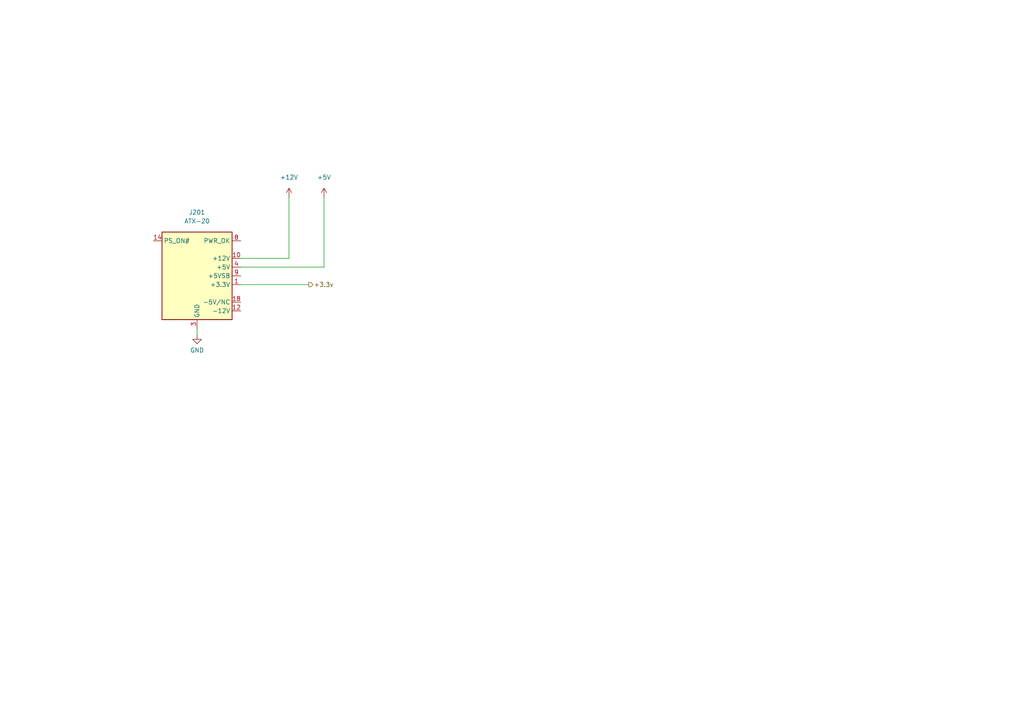
<source format=kicad_sch>
(kicad_sch (version 20211123) (generator eeschema)
  (paper "A4")
  (lib_symbols
    (symbol "Connector:ATX-20"
      (property "Reference" "J" (at -8.89 13.97 0))
      (property "Value" "ATX-20" (at 6.35 13.97 0))
      (symbol "ATX-20_0_1"
        (rectangle (start -10.16 12.7) (end 10.16 -12.7) (stroke (width 0.254)) (fill (type background)))
      )
      (symbol "ATX-20_1_1"
        (pin power_out line (at 12.7 -2.54 180) (length 2.54) (name "+3.3V") (number "1"))
        (pin power_out line (at 12.7 5.08 180) (length 2.54) (name "+12V") (number "10"))
        (pin passive line (at 12.7 -2.54 180) (length 2.54) hide (name "+3.3V") (number "11"))
        (pin power_out line (at 12.7 -10.16 180) (length 2.54) (name "-12V") (number "12"))
        (pin passive line (at 0 -15.24 90) (length 2.54) hide (name "GND") (number "13"))
        (pin open_collector line (at -12.7 10.16 0) (length 2.54) (name "PS_ON#") (number "14"))
        (pin passive line (at 0 -15.24 90) (length 2.54) hide (name "GND") (number "15"))
        (pin passive line (at 0 -15.24 90) (length 2.54) hide (name "GND") (number "16"))
        (pin passive line (at 0 -15.24 90) (length 2.54) hide (name "GND") (number "17"))
        (pin power_out line (at 12.7 -7.62 180) (length 2.54) (name "-5V/NC") (number "18"))
        (pin passive line (at 12.7 2.54 180) (length 2.54) hide (name "+5V") (number "19"))
        (pin passive line (at 12.7 -2.54 180) (length 2.54) hide (name "+3.3V") (number "2"))
        (pin passive line (at 12.7 2.54 180) (length 2.54) hide (name "+5V") (number "20"))
        (pin power_out line (at 0 -15.24 90) (length 2.54) (name "GND") (number "3"))
        (pin power_out line (at 12.7 2.54 180) (length 2.54) (name "+5V") (number "4"))
        (pin passive line (at 0 -15.24 90) (length 2.54) hide (name "GND") (number "5"))
        (pin passive line (at 12.7 2.54 180) (length 2.54) hide (name "+5V") (number "6"))
        (pin passive line (at 0 -15.24 90) (length 2.54) hide (name "GND") (number "7"))
        (pin output line (at 12.7 10.16 180) (length 2.54) (name "PWR_OK") (number "8"))
        (pin power_out line (at 12.7 0 180) (length 2.54) (name "+5VSB") (number "9"))
      )
    )
    (symbol "power:+12V" (power) (pin_names (offset 0))
      (property "Value" "+12V" (at 0 3.556 0))
      (symbol "+12V_0_1"
        (polyline (pts (xy -0.762 1.27) (xy 0 2.54)))
        (polyline (pts (xy 0 0) (xy 0 2.54)))
        (polyline (pts (xy 0 2.54) (xy 0.762 1.27)))
      )
      (symbol "+12V_1_1"
        (pin power_in line (at 0 0 90) (length 0) hide (name "+12V") (number "1"))
      )
    )
    (symbol "power:+5V" (power) (pin_names (offset 0))
      (property "Value" "+5V" (at 0 3.556 0))
      (symbol "+5V_0_1"
        (polyline (pts (xy -0.762 1.27) (xy 0 2.54)))
        (polyline (pts (xy 0 0) (xy 0 2.54)))
        (polyline (pts (xy 0 2.54) (xy 0.762 1.27)))
      )
      (symbol "+5V_1_1"
        (pin power_in line (at 0 0 90) (length 0) hide (name "+5V") (number "1"))
      )
    )
    (symbol "power:GND" (power) (pin_names (offset 0))
      (property "Value" "GND" (at 0 -3.81 0))
      (symbol "GND_0_1"
        (polyline (pts (xy 0 0) (xy 0 -1.27) (xy 1.27 -1.27) (xy 0 -2.54) (xy -1.27 -1.27) (xy 0 -1.27)))
      )
      (symbol "GND_1_1"
        (pin power_in line (at 0 0 270) (length 0) hide (name "GND") (number "1"))
      )
    )
  )
  (wire (pts (xy 57.15 95.25) (xy 57.15 97.155)))
  (wire (pts (xy 83.82 74.93) (xy 69.85 74.93)))
  (wire (pts (xy 69.85 82.55) (xy 89.535 82.55)))
  (wire (pts (xy 93.98 77.47) (xy 69.85 77.47)))
  (wire (pts (xy 83.82 57.15) (xy 83.82 74.93)))
  (wire (pts (xy 93.98 57.15) (xy 93.98 77.47)))
  (hierarchical_label "+3.3v" (shape output) (at 89.535 82.55 0))
  (symbol (lib_id "power:+5V") (at 93.98 57.15 0) (unit 1)
    (property "Reference" "#PWR0114" (effects hide))
    (property "Value" "+5V" (at 93.98 51.435 0))
  )
  (symbol (lib_id "power:GND") (at 57.15 97.155 0) (unit 1)
    (property "Reference" "#PWR0201" (effects hide))
    (property "Value" "GND" (at 57.15 101.6 0))
  )
  (symbol (lib_id "power:+12V") (at 83.82 57.15 0) (unit 1)
    (property "Reference" "#PWR0113" (effects hide))
    (property "Value" "+12V" (at 83.82 51.435 0))
  )
  (symbol (lib_id "Connector:ATX-20") (at 57.15 80.01 0) (unit 1)
    (property "Reference" "J201" (at 57.15 61.595 0))
    (property "Value" "ATX-20" (at 57.15 64.135 0))
    (property "Footprint" "Connector_Molex:Molex_Mini-Fit_Jr_5566-20A2_2x10_P4.20mm_Vertical" (effects hide))
    (property "Datasheet" "https://web.aub.edu.lb/pub/docs/atx_201.pdf#page=20" (effects hide))
  )
)
</source>
